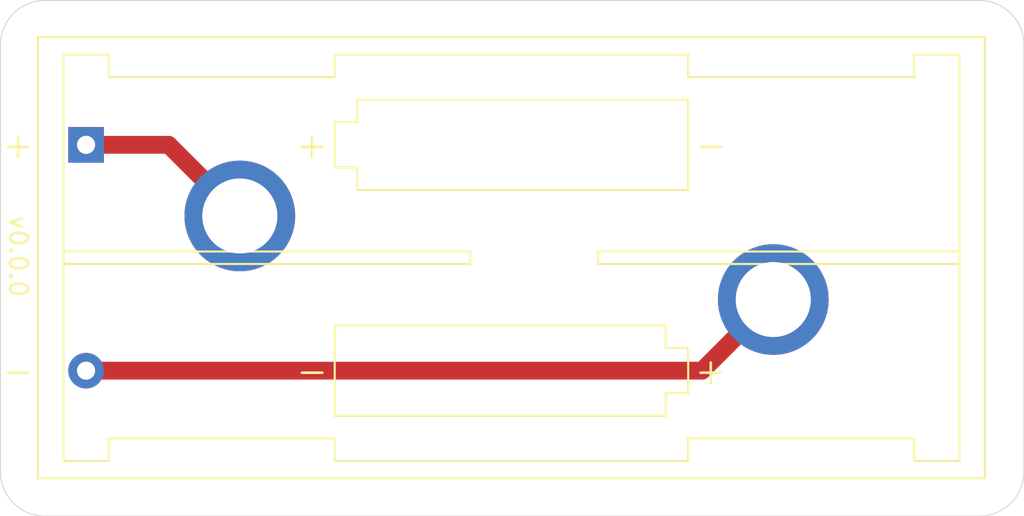
<source format=kicad_pcb>
(kicad_pcb (version 20171130) (host pcbnew "(5.1.9)-1")

  (general
    (thickness 1.6)
    (drawings 9)
    (tracks 5)
    (zones 0)
    (modules 1)
    (nets 3)
  )

  (page A4)
  (layers
    (0 F.Cu signal)
    (31 B.Cu signal)
    (32 B.Adhes user)
    (33 F.Adhes user)
    (34 B.Paste user)
    (35 F.Paste user)
    (36 B.SilkS user)
    (37 F.SilkS user)
    (38 B.Mask user)
    (39 F.Mask user)
    (40 Dwgs.User user)
    (41 Cmts.User user)
    (42 Eco1.User user hide)
    (43 Eco2.User user hide)
    (44 Edge.Cuts user)
    (45 Margin user)
    (46 B.CrtYd user hide)
    (47 F.CrtYd user hide)
    (48 B.Fab user hide)
    (49 F.Fab user hide)
  )

  (setup
    (last_trace_width 0.25)
    (user_trace_width 0.5)
    (user_trace_width 1)
    (trace_clearance 0.2)
    (zone_clearance 0.508)
    (zone_45_only no)
    (trace_min 0.2)
    (via_size 0.8)
    (via_drill 0.4)
    (via_min_size 0.4)
    (via_min_drill 0.3)
    (uvia_size 0.3)
    (uvia_drill 0.1)
    (uvias_allowed no)
    (uvia_min_size 0.2)
    (uvia_min_drill 0.1)
    (edge_width 0.05)
    (segment_width 0.2)
    (pcb_text_width 0.3)
    (pcb_text_size 1.5 1.5)
    (mod_edge_width 0.12)
    (mod_text_size 1 1)
    (mod_text_width 0.15)
    (pad_size 7.5 7.5)
    (pad_drill 4.3)
    (pad_to_mask_clearance 0)
    (aux_axis_origin 0 0)
    (visible_elements 7EFFFFFF)
    (pcbplotparams
      (layerselection 0x010e0_ffffffff)
      (usegerberextensions false)
      (usegerberattributes true)
      (usegerberadvancedattributes true)
      (creategerberjobfile false)
      (excludeedgelayer true)
      (linewidth 0.100000)
      (plotframeref false)
      (viasonmask false)
      (mode 1)
      (useauxorigin false)
      (hpglpennumber 1)
      (hpglpenspeed 20)
      (hpglpendiameter 15.000000)
      (psnegative false)
      (psa4output false)
      (plotreference true)
      (plotvalue true)
      (plotinvisibletext false)
      (padsonsilk false)
      (subtractmaskfromsilk false)
      (outputformat 1)
      (mirror false)
      (drillshape 0)
      (scaleselection 1)
      (outputdirectory "cam"))
  )

  (net 0 "")
  (net 1 /GND)
  (net 2 /VBAT)

  (net_class Default "This is the default net class."
    (clearance 0.2)
    (trace_width 0.25)
    (via_dia 0.8)
    (via_drill 0.4)
    (uvia_dia 0.3)
    (uvia_drill 0.1)
    (add_net /GND)
    (add_net /VBAT)
  )

  (module Battery:BatteryHolder_Keystone_2468_2xAAA (layer F.Cu) (tedit 608E15C0) (tstamp 608E6E7E)
    (at 4.81 8.12)
    (descr "2xAAA cell battery holder, Keystone P/N 2468, http://www.keyelco.com/product-pdf.cfm?p=1033")
    (tags "AAA battery cell holder")
    (path /608E133B)
    (fp_text reference BT1 (at 0 -7) (layer F.SilkS) hide
      (effects (font (size 1 1) (thickness 0.15)))
    )
    (fp_text value Battery (at 23.9 7.35) (layer F.Fab)
      (effects (font (size 1 1) (thickness 0.15)))
    )
    (fp_line (start 50.89 19.15) (end 50.89 -6.45) (layer F.CrtYd) (width 0.05))
    (fp_line (start -3.09 19.15) (end 50.89 19.15) (layer F.CrtYd) (width 0.05))
    (fp_line (start -3.09 -6.45) (end -3.09 19.15) (layer F.CrtYd) (width 0.05))
    (fp_line (start 50.89 -6.45) (end -3.09 -6.45) (layer F.CrtYd) (width 0.05))
    (fp_line (start 50.5 18.75) (end 50.5 -6.05) (layer F.SilkS) (width 0.12))
    (fp_line (start -2.7 18.755) (end 50.5 18.755) (layer F.SilkS) (width 0.12))
    (fp_line (start -2.7 -6.05) (end -2.7 18.75) (layer F.SilkS) (width 0.12))
    (fp_line (start 50.5 -6.055) (end -2.7 -6.055) (layer F.SilkS) (width 0.12))
    (fp_line (start 13.97 15.24) (end 13.97 10.16) (layer F.SilkS) (width 0.12))
    (fp_line (start 13.97 10.16) (end 32.56 10.16) (layer F.SilkS) (width 0.12))
    (fp_line (start 32.56 10.16) (end 32.56 11.43) (layer F.SilkS) (width 0.12))
    (fp_line (start 32.56 11.43) (end 33.83 11.43) (layer F.SilkS) (width 0.12))
    (fp_line (start 33.83 11.43) (end 33.83 13.97) (layer F.SilkS) (width 0.12))
    (fp_line (start 33.83 13.97) (end 32.56 13.97) (layer F.SilkS) (width 0.12))
    (fp_line (start 32.56 13.97) (end 32.56 15.24) (layer F.SilkS) (width 0.12))
    (fp_line (start 32.56 15.24) (end 13.97 15.24) (layer F.SilkS) (width 0.12))
    (fp_line (start 33.83 2.54) (end 15.24 2.54) (layer F.SilkS) (width 0.12))
    (fp_line (start 15.24 2.54) (end 15.24 1.27) (layer F.SilkS) (width 0.12))
    (fp_line (start 15.24 1.27) (end 13.97 1.27) (layer F.SilkS) (width 0.12))
    (fp_line (start 13.97 1.27) (end 13.97 -1.27) (layer F.SilkS) (width 0.12))
    (fp_line (start 13.97 -1.27) (end 15.24 -1.27) (layer F.SilkS) (width 0.12))
    (fp_line (start 15.24 -1.27) (end 15.24 -2.54) (layer F.SilkS) (width 0.12))
    (fp_line (start 15.24 -2.54) (end 33.83 -2.54) (layer F.SilkS) (width 0.12))
    (fp_line (start 33.83 -2.54) (end 33.83 2.54) (layer F.SilkS) (width 0.12))
    (fp_line (start -1.27 6) (end 21.59 6) (layer F.SilkS) (width 0.12))
    (fp_line (start 21.59 6) (end 21.59 6.7) (layer F.SilkS) (width 0.12))
    (fp_line (start 21.59 6.7) (end -1.27 6.7) (layer F.SilkS) (width 0.12))
    (fp_line (start 49.07 6) (end 28.75 6) (layer F.SilkS) (width 0.12))
    (fp_line (start 28.75 6) (end 28.75 6.7) (layer F.SilkS) (width 0.12))
    (fp_line (start 28.75 6.7) (end 49.07 6.7) (layer F.SilkS) (width 0.12))
    (fp_line (start 13.97 16.51) (end 13.97 17.78) (layer F.SilkS) (width 0.12))
    (fp_line (start 13.97 17.78) (end 33.83 17.78) (layer F.SilkS) (width 0.12))
    (fp_line (start 33.83 17.78) (end 33.83 16.51) (layer F.SilkS) (width 0.12))
    (fp_line (start 46.53 -3.81) (end 33.83 -3.81) (layer F.SilkS) (width 0.12))
    (fp_line (start 33.83 -3.81) (end 33.83 -5.08) (layer F.SilkS) (width 0.12))
    (fp_line (start 33.83 -5.08) (end 13.97 -5.08) (layer F.SilkS) (width 0.12))
    (fp_line (start 13.97 -5.08) (end 13.97 -3.81) (layer F.SilkS) (width 0.12))
    (fp_line (start 46.53 16.51) (end 33.83 16.51) (layer F.SilkS) (width 0.12))
    (fp_line (start 1.27 -3.81) (end 13.97 -3.81) (layer F.SilkS) (width 0.12))
    (fp_line (start 1.27 -3.81) (end 1.27 -5.08) (layer F.SilkS) (width 0.12))
    (fp_line (start 1.27 -5.08) (end -1.27 -5.08) (layer F.SilkS) (width 0.12))
    (fp_line (start -1.27 -5.08) (end -1.27 17.78) (layer F.SilkS) (width 0.12))
    (fp_line (start -1.27 17.78) (end 1.27 17.78) (layer F.SilkS) (width 0.12))
    (fp_line (start 1.27 17.78) (end 1.27 16.51) (layer F.SilkS) (width 0.12))
    (fp_line (start 1.27 16.51) (end 13.97 16.51) (layer F.SilkS) (width 0.12))
    (fp_line (start 49.07 -5.08) (end 46.53 -5.08) (layer F.SilkS) (width 0.12))
    (fp_line (start 46.53 -5.08) (end 46.53 -3.81) (layer F.SilkS) (width 0.12))
    (fp_line (start 49.07 -5.08) (end 49.07 17.78) (layer F.SilkS) (width 0.12))
    (fp_line (start 49.07 17.78) (end 46.53 17.78) (layer F.SilkS) (width 0.12))
    (fp_line (start 46.53 17.78) (end 46.53 16.51) (layer F.SilkS) (width 0.12))
    (fp_line (start -2.59 18.645) (end -2.59 -5.945) (layer F.Fab) (width 0.1))
    (fp_line (start 50.39 18.645) (end 50.39 -5.945) (layer F.Fab) (width 0.1))
    (fp_line (start -2.59 18.645) (end 50.39 18.645) (layer F.Fab) (width 0.1))
    (fp_line (start -2.59 -5.945) (end 50.39 -5.945) (layer F.Fab) (width 0.1))
    (fp_text user + (at 35.1 12.7) (layer F.SilkS)
      (effects (font (size 1.5 1.5) (thickness 0.15)))
    )
    (fp_text user - (at 12.7 12.7) (layer F.SilkS)
      (effects (font (size 1.5 1.5) (thickness 0.15)))
    )
    (fp_text user - (at 35.1 0) (layer F.SilkS)
      (effects (font (size 1.5 1.5) (thickness 0.15)))
    )
    (fp_text user + (at 12.7 0) (layer F.SilkS)
      (effects (font (size 1.5 1.5) (thickness 0.15)))
    )
    (fp_text user - (at -3.81 12.7) (layer F.SilkS)
      (effects (font (size 1.5 1.5) (thickness 0.15)))
    )
    (fp_text user + (at -3.81 0) (layer F.SilkS)
      (effects (font (size 1.5 1.5) (thickness 0.15)))
    )
    (fp_text user %R (at 23.9 5.35) (layer F.Fab)
      (effects (font (size 1 1) (thickness 0.15)))
    )
    (pad 2 thru_hole circle (at 38.61 8.7) (size 6.22 6.22) (drill 4.22) (layers *.Cu *.Mask)
      (net 1 /GND))
    (pad 1 thru_hole circle (at 8.64 4) (size 6.22 6.22) (drill 4.22) (layers *.Cu *.Mask)
      (net 2 /VBAT))
    (pad 2 thru_hole circle (at 0 12.7) (size 2 2) (drill 1.02) (layers *.Cu *.Mask)
      (net 1 /GND))
    (pad 1 thru_hole rect (at 0 0) (size 2 2) (drill 1.02) (layers *.Cu *.Mask)
      (net 2 /VBAT))
    (model ${KISYS3DMOD}/Battery.3dshapes/BatteryHolder_Keystone_2468_2xAAA.wrl
      (at (xyz 0 0 0))
      (scale (xyz 1 1 1))
      (rotate (xyz 0 0 0))
    )
  )

  (gr_text v0.0.0 (at 1 14.4 270) (layer F.SilkS)
    (effects (font (size 1 1) (thickness 0.15)))
  )
  (gr_arc (start 55 26.5) (end 55 29) (angle -90) (layer Edge.Cuts) (width 0.05) (tstamp 608E8151))
  (gr_arc (start 55 2.5) (end 57.5 2.5) (angle -90) (layer Edge.Cuts) (width 0.05) (tstamp 608E8151))
  (gr_arc (start 2.5 2.5) (end 2.5 0) (angle -90) (layer Edge.Cuts) (width 0.05) (tstamp 608E8151))
  (gr_arc (start 2.5 26.5) (end 0 26.5) (angle -90) (layer Edge.Cuts) (width 0.05))
  (gr_line (start 57.5 26.5) (end 57.5 2.5) (layer Edge.Cuts) (width 0.05))
  (gr_line (start 2.5 29) (end 55 29) (layer Edge.Cuts) (width 0.05))
  (gr_line (start 0 2.5) (end 0 26.5) (layer Edge.Cuts) (width 0.05))
  (gr_line (start 2.5 0) (end 55 0) (layer Edge.Cuts) (width 0.05))

  (segment (start 39.42 20.82) (end 43.42 16.82) (width 1) (layer F.Cu) (net 1))
  (segment (start 4.81 20.82) (end 39.42 20.82) (width 1) (layer F.Cu) (net 1))
  (segment (start 13.5 12) (end 14 12) (width 1) (layer F.Cu) (net 2))
  (segment (start 9.45 8.12) (end 13.45 12.12) (width 1) (layer F.Cu) (net 2))
  (segment (start 4.81 8.12) (end 9.45 8.12) (width 1) (layer F.Cu) (net 2))

)

</source>
